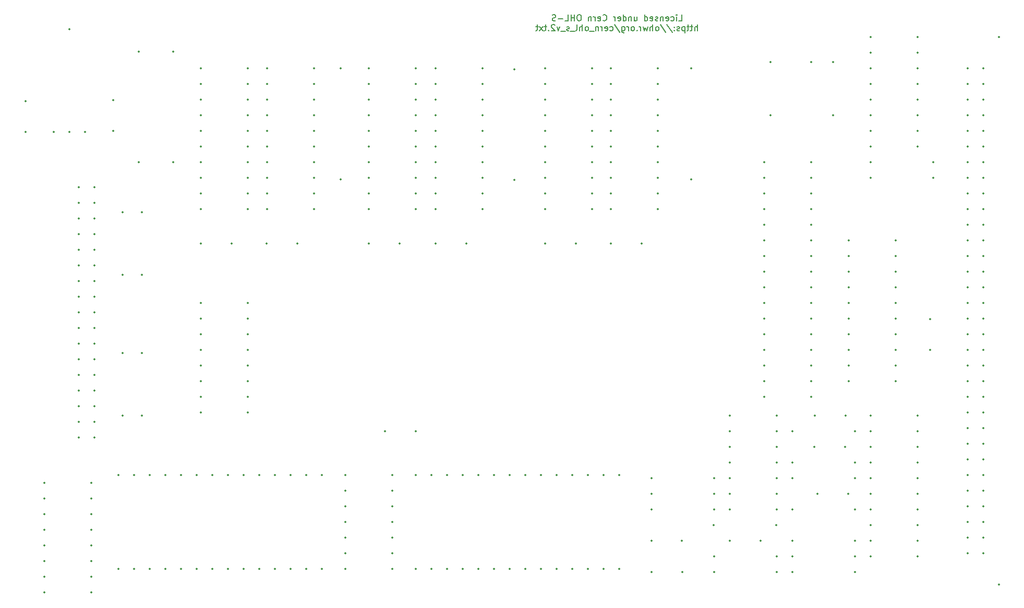
<source format=gbo>
%TF.GenerationSoftware,KiCad,Pcbnew,8.0.6+1*%
%TF.CreationDate,2024-11-22T10:30:08+01:00*%
%TF.ProjectId,ql_trump_v2_disk_interface,716c5f74-7275-46d7-905f-76325f646973,01*%
%TF.SameCoordinates,Original*%
%TF.FileFunction,Legend,Bot*%
%TF.FilePolarity,Positive*%
%FSLAX46Y46*%
G04 Gerber Fmt 4.6, Leading zero omitted, Abs format (unit mm)*
G04 Created by KiCad (PCBNEW 8.0.6+1) date 2024-11-22 10:30:08*
%MOMM*%
%LPD*%
G01*
G04 APERTURE LIST*
%ADD10C,0.150000*%
%ADD11C,0.350000*%
G04 APERTURE END LIST*
D10*
X146906001Y-46766847D02*
X147382191Y-46766847D01*
X147382191Y-46766847D02*
X147382191Y-45766847D01*
X146572667Y-46766847D02*
X146572667Y-46100180D01*
X146572667Y-45766847D02*
X146620286Y-45814466D01*
X146620286Y-45814466D02*
X146572667Y-45862085D01*
X146572667Y-45862085D02*
X146525048Y-45814466D01*
X146525048Y-45814466D02*
X146572667Y-45766847D01*
X146572667Y-45766847D02*
X146572667Y-45862085D01*
X145667906Y-46719228D02*
X145763144Y-46766847D01*
X145763144Y-46766847D02*
X145953620Y-46766847D01*
X145953620Y-46766847D02*
X146048858Y-46719228D01*
X146048858Y-46719228D02*
X146096477Y-46671608D01*
X146096477Y-46671608D02*
X146144096Y-46576370D01*
X146144096Y-46576370D02*
X146144096Y-46290656D01*
X146144096Y-46290656D02*
X146096477Y-46195418D01*
X146096477Y-46195418D02*
X146048858Y-46147799D01*
X146048858Y-46147799D02*
X145953620Y-46100180D01*
X145953620Y-46100180D02*
X145763144Y-46100180D01*
X145763144Y-46100180D02*
X145667906Y-46147799D01*
X144858382Y-46719228D02*
X144953620Y-46766847D01*
X144953620Y-46766847D02*
X145144096Y-46766847D01*
X145144096Y-46766847D02*
X145239334Y-46719228D01*
X145239334Y-46719228D02*
X145286953Y-46623989D01*
X145286953Y-46623989D02*
X145286953Y-46243037D01*
X145286953Y-46243037D02*
X145239334Y-46147799D01*
X145239334Y-46147799D02*
X145144096Y-46100180D01*
X145144096Y-46100180D02*
X144953620Y-46100180D01*
X144953620Y-46100180D02*
X144858382Y-46147799D01*
X144858382Y-46147799D02*
X144810763Y-46243037D01*
X144810763Y-46243037D02*
X144810763Y-46338275D01*
X144810763Y-46338275D02*
X145286953Y-46433513D01*
X144382191Y-46100180D02*
X144382191Y-46766847D01*
X144382191Y-46195418D02*
X144334572Y-46147799D01*
X144334572Y-46147799D02*
X144239334Y-46100180D01*
X144239334Y-46100180D02*
X144096477Y-46100180D01*
X144096477Y-46100180D02*
X144001239Y-46147799D01*
X144001239Y-46147799D02*
X143953620Y-46243037D01*
X143953620Y-46243037D02*
X143953620Y-46766847D01*
X143525048Y-46719228D02*
X143429810Y-46766847D01*
X143429810Y-46766847D02*
X143239334Y-46766847D01*
X143239334Y-46766847D02*
X143144096Y-46719228D01*
X143144096Y-46719228D02*
X143096477Y-46623989D01*
X143096477Y-46623989D02*
X143096477Y-46576370D01*
X143096477Y-46576370D02*
X143144096Y-46481132D01*
X143144096Y-46481132D02*
X143239334Y-46433513D01*
X143239334Y-46433513D02*
X143382191Y-46433513D01*
X143382191Y-46433513D02*
X143477429Y-46385894D01*
X143477429Y-46385894D02*
X143525048Y-46290656D01*
X143525048Y-46290656D02*
X143525048Y-46243037D01*
X143525048Y-46243037D02*
X143477429Y-46147799D01*
X143477429Y-46147799D02*
X143382191Y-46100180D01*
X143382191Y-46100180D02*
X143239334Y-46100180D01*
X143239334Y-46100180D02*
X143144096Y-46147799D01*
X142286953Y-46719228D02*
X142382191Y-46766847D01*
X142382191Y-46766847D02*
X142572667Y-46766847D01*
X142572667Y-46766847D02*
X142667905Y-46719228D01*
X142667905Y-46719228D02*
X142715524Y-46623989D01*
X142715524Y-46623989D02*
X142715524Y-46243037D01*
X142715524Y-46243037D02*
X142667905Y-46147799D01*
X142667905Y-46147799D02*
X142572667Y-46100180D01*
X142572667Y-46100180D02*
X142382191Y-46100180D01*
X142382191Y-46100180D02*
X142286953Y-46147799D01*
X142286953Y-46147799D02*
X142239334Y-46243037D01*
X142239334Y-46243037D02*
X142239334Y-46338275D01*
X142239334Y-46338275D02*
X142715524Y-46433513D01*
X141382191Y-46766847D02*
X141382191Y-45766847D01*
X141382191Y-46719228D02*
X141477429Y-46766847D01*
X141477429Y-46766847D02*
X141667905Y-46766847D01*
X141667905Y-46766847D02*
X141763143Y-46719228D01*
X141763143Y-46719228D02*
X141810762Y-46671608D01*
X141810762Y-46671608D02*
X141858381Y-46576370D01*
X141858381Y-46576370D02*
X141858381Y-46290656D01*
X141858381Y-46290656D02*
X141810762Y-46195418D01*
X141810762Y-46195418D02*
X141763143Y-46147799D01*
X141763143Y-46147799D02*
X141667905Y-46100180D01*
X141667905Y-46100180D02*
X141477429Y-46100180D01*
X141477429Y-46100180D02*
X141382191Y-46147799D01*
X139715524Y-46100180D02*
X139715524Y-46766847D01*
X140144095Y-46100180D02*
X140144095Y-46623989D01*
X140144095Y-46623989D02*
X140096476Y-46719228D01*
X140096476Y-46719228D02*
X140001238Y-46766847D01*
X140001238Y-46766847D02*
X139858381Y-46766847D01*
X139858381Y-46766847D02*
X139763143Y-46719228D01*
X139763143Y-46719228D02*
X139715524Y-46671608D01*
X139239333Y-46100180D02*
X139239333Y-46766847D01*
X139239333Y-46195418D02*
X139191714Y-46147799D01*
X139191714Y-46147799D02*
X139096476Y-46100180D01*
X139096476Y-46100180D02*
X138953619Y-46100180D01*
X138953619Y-46100180D02*
X138858381Y-46147799D01*
X138858381Y-46147799D02*
X138810762Y-46243037D01*
X138810762Y-46243037D02*
X138810762Y-46766847D01*
X137906000Y-46766847D02*
X137906000Y-45766847D01*
X137906000Y-46719228D02*
X138001238Y-46766847D01*
X138001238Y-46766847D02*
X138191714Y-46766847D01*
X138191714Y-46766847D02*
X138286952Y-46719228D01*
X138286952Y-46719228D02*
X138334571Y-46671608D01*
X138334571Y-46671608D02*
X138382190Y-46576370D01*
X138382190Y-46576370D02*
X138382190Y-46290656D01*
X138382190Y-46290656D02*
X138334571Y-46195418D01*
X138334571Y-46195418D02*
X138286952Y-46147799D01*
X138286952Y-46147799D02*
X138191714Y-46100180D01*
X138191714Y-46100180D02*
X138001238Y-46100180D01*
X138001238Y-46100180D02*
X137906000Y-46147799D01*
X137048857Y-46719228D02*
X137144095Y-46766847D01*
X137144095Y-46766847D02*
X137334571Y-46766847D01*
X137334571Y-46766847D02*
X137429809Y-46719228D01*
X137429809Y-46719228D02*
X137477428Y-46623989D01*
X137477428Y-46623989D02*
X137477428Y-46243037D01*
X137477428Y-46243037D02*
X137429809Y-46147799D01*
X137429809Y-46147799D02*
X137334571Y-46100180D01*
X137334571Y-46100180D02*
X137144095Y-46100180D01*
X137144095Y-46100180D02*
X137048857Y-46147799D01*
X137048857Y-46147799D02*
X137001238Y-46243037D01*
X137001238Y-46243037D02*
X137001238Y-46338275D01*
X137001238Y-46338275D02*
X137477428Y-46433513D01*
X136572666Y-46766847D02*
X136572666Y-46100180D01*
X136572666Y-46290656D02*
X136525047Y-46195418D01*
X136525047Y-46195418D02*
X136477428Y-46147799D01*
X136477428Y-46147799D02*
X136382190Y-46100180D01*
X136382190Y-46100180D02*
X136286952Y-46100180D01*
X134620285Y-46671608D02*
X134667904Y-46719228D01*
X134667904Y-46719228D02*
X134810761Y-46766847D01*
X134810761Y-46766847D02*
X134905999Y-46766847D01*
X134905999Y-46766847D02*
X135048856Y-46719228D01*
X135048856Y-46719228D02*
X135144094Y-46623989D01*
X135144094Y-46623989D02*
X135191713Y-46528751D01*
X135191713Y-46528751D02*
X135239332Y-46338275D01*
X135239332Y-46338275D02*
X135239332Y-46195418D01*
X135239332Y-46195418D02*
X135191713Y-46004942D01*
X135191713Y-46004942D02*
X135144094Y-45909704D01*
X135144094Y-45909704D02*
X135048856Y-45814466D01*
X135048856Y-45814466D02*
X134905999Y-45766847D01*
X134905999Y-45766847D02*
X134810761Y-45766847D01*
X134810761Y-45766847D02*
X134667904Y-45814466D01*
X134667904Y-45814466D02*
X134620285Y-45862085D01*
X133810761Y-46719228D02*
X133905999Y-46766847D01*
X133905999Y-46766847D02*
X134096475Y-46766847D01*
X134096475Y-46766847D02*
X134191713Y-46719228D01*
X134191713Y-46719228D02*
X134239332Y-46623989D01*
X134239332Y-46623989D02*
X134239332Y-46243037D01*
X134239332Y-46243037D02*
X134191713Y-46147799D01*
X134191713Y-46147799D02*
X134096475Y-46100180D01*
X134096475Y-46100180D02*
X133905999Y-46100180D01*
X133905999Y-46100180D02*
X133810761Y-46147799D01*
X133810761Y-46147799D02*
X133763142Y-46243037D01*
X133763142Y-46243037D02*
X133763142Y-46338275D01*
X133763142Y-46338275D02*
X134239332Y-46433513D01*
X133334570Y-46766847D02*
X133334570Y-46100180D01*
X133334570Y-46290656D02*
X133286951Y-46195418D01*
X133286951Y-46195418D02*
X133239332Y-46147799D01*
X133239332Y-46147799D02*
X133144094Y-46100180D01*
X133144094Y-46100180D02*
X133048856Y-46100180D01*
X132715522Y-46100180D02*
X132715522Y-46766847D01*
X132715522Y-46195418D02*
X132667903Y-46147799D01*
X132667903Y-46147799D02*
X132572665Y-46100180D01*
X132572665Y-46100180D02*
X132429808Y-46100180D01*
X132429808Y-46100180D02*
X132334570Y-46147799D01*
X132334570Y-46147799D02*
X132286951Y-46243037D01*
X132286951Y-46243037D02*
X132286951Y-46766847D01*
X130858379Y-45766847D02*
X130667903Y-45766847D01*
X130667903Y-45766847D02*
X130572665Y-45814466D01*
X130572665Y-45814466D02*
X130477427Y-45909704D01*
X130477427Y-45909704D02*
X130429808Y-46100180D01*
X130429808Y-46100180D02*
X130429808Y-46433513D01*
X130429808Y-46433513D02*
X130477427Y-46623989D01*
X130477427Y-46623989D02*
X130572665Y-46719228D01*
X130572665Y-46719228D02*
X130667903Y-46766847D01*
X130667903Y-46766847D02*
X130858379Y-46766847D01*
X130858379Y-46766847D02*
X130953617Y-46719228D01*
X130953617Y-46719228D02*
X131048855Y-46623989D01*
X131048855Y-46623989D02*
X131096474Y-46433513D01*
X131096474Y-46433513D02*
X131096474Y-46100180D01*
X131096474Y-46100180D02*
X131048855Y-45909704D01*
X131048855Y-45909704D02*
X130953617Y-45814466D01*
X130953617Y-45814466D02*
X130858379Y-45766847D01*
X130001236Y-46766847D02*
X130001236Y-45766847D01*
X130001236Y-46243037D02*
X129429808Y-46243037D01*
X129429808Y-46766847D02*
X129429808Y-45766847D01*
X128477427Y-46766847D02*
X128953617Y-46766847D01*
X128953617Y-46766847D02*
X128953617Y-45766847D01*
X128144093Y-46385894D02*
X127382189Y-46385894D01*
X126953617Y-46719228D02*
X126810760Y-46766847D01*
X126810760Y-46766847D02*
X126572665Y-46766847D01*
X126572665Y-46766847D02*
X126477427Y-46719228D01*
X126477427Y-46719228D02*
X126429808Y-46671608D01*
X126429808Y-46671608D02*
X126382189Y-46576370D01*
X126382189Y-46576370D02*
X126382189Y-46481132D01*
X126382189Y-46481132D02*
X126429808Y-46385894D01*
X126429808Y-46385894D02*
X126477427Y-46338275D01*
X126477427Y-46338275D02*
X126572665Y-46290656D01*
X126572665Y-46290656D02*
X126763141Y-46243037D01*
X126763141Y-46243037D02*
X126858379Y-46195418D01*
X126858379Y-46195418D02*
X126905998Y-46147799D01*
X126905998Y-46147799D02*
X126953617Y-46052561D01*
X126953617Y-46052561D02*
X126953617Y-45957323D01*
X126953617Y-45957323D02*
X126905998Y-45862085D01*
X126905998Y-45862085D02*
X126858379Y-45814466D01*
X126858379Y-45814466D02*
X126763141Y-45766847D01*
X126763141Y-45766847D02*
X126525046Y-45766847D01*
X126525046Y-45766847D02*
X126382189Y-45814466D01*
X149953620Y-48376791D02*
X149953620Y-47376791D01*
X149525049Y-48376791D02*
X149525049Y-47852981D01*
X149525049Y-47852981D02*
X149572668Y-47757743D01*
X149572668Y-47757743D02*
X149667906Y-47710124D01*
X149667906Y-47710124D02*
X149810763Y-47710124D01*
X149810763Y-47710124D02*
X149906001Y-47757743D01*
X149906001Y-47757743D02*
X149953620Y-47805362D01*
X149191715Y-47710124D02*
X148810763Y-47710124D01*
X149048858Y-47376791D02*
X149048858Y-48233933D01*
X149048858Y-48233933D02*
X149001239Y-48329172D01*
X149001239Y-48329172D02*
X148906001Y-48376791D01*
X148906001Y-48376791D02*
X148810763Y-48376791D01*
X148620286Y-47710124D02*
X148239334Y-47710124D01*
X148477429Y-47376791D02*
X148477429Y-48233933D01*
X148477429Y-48233933D02*
X148429810Y-48329172D01*
X148429810Y-48329172D02*
X148334572Y-48376791D01*
X148334572Y-48376791D02*
X148239334Y-48376791D01*
X147906000Y-47710124D02*
X147906000Y-48710124D01*
X147906000Y-47757743D02*
X147810762Y-47710124D01*
X147810762Y-47710124D02*
X147620286Y-47710124D01*
X147620286Y-47710124D02*
X147525048Y-47757743D01*
X147525048Y-47757743D02*
X147477429Y-47805362D01*
X147477429Y-47805362D02*
X147429810Y-47900600D01*
X147429810Y-47900600D02*
X147429810Y-48186314D01*
X147429810Y-48186314D02*
X147477429Y-48281552D01*
X147477429Y-48281552D02*
X147525048Y-48329172D01*
X147525048Y-48329172D02*
X147620286Y-48376791D01*
X147620286Y-48376791D02*
X147810762Y-48376791D01*
X147810762Y-48376791D02*
X147906000Y-48329172D01*
X147048857Y-48329172D02*
X146953619Y-48376791D01*
X146953619Y-48376791D02*
X146763143Y-48376791D01*
X146763143Y-48376791D02*
X146667905Y-48329172D01*
X146667905Y-48329172D02*
X146620286Y-48233933D01*
X146620286Y-48233933D02*
X146620286Y-48186314D01*
X146620286Y-48186314D02*
X146667905Y-48091076D01*
X146667905Y-48091076D02*
X146763143Y-48043457D01*
X146763143Y-48043457D02*
X146906000Y-48043457D01*
X146906000Y-48043457D02*
X147001238Y-47995838D01*
X147001238Y-47995838D02*
X147048857Y-47900600D01*
X147048857Y-47900600D02*
X147048857Y-47852981D01*
X147048857Y-47852981D02*
X147001238Y-47757743D01*
X147001238Y-47757743D02*
X146906000Y-47710124D01*
X146906000Y-47710124D02*
X146763143Y-47710124D01*
X146763143Y-47710124D02*
X146667905Y-47757743D01*
X146191714Y-48281552D02*
X146144095Y-48329172D01*
X146144095Y-48329172D02*
X146191714Y-48376791D01*
X146191714Y-48376791D02*
X146239333Y-48329172D01*
X146239333Y-48329172D02*
X146191714Y-48281552D01*
X146191714Y-48281552D02*
X146191714Y-48376791D01*
X146191714Y-47757743D02*
X146144095Y-47805362D01*
X146144095Y-47805362D02*
X146191714Y-47852981D01*
X146191714Y-47852981D02*
X146239333Y-47805362D01*
X146239333Y-47805362D02*
X146191714Y-47757743D01*
X146191714Y-47757743D02*
X146191714Y-47852981D01*
X145001239Y-47329172D02*
X145858381Y-48614886D01*
X143953620Y-47329172D02*
X144810762Y-48614886D01*
X143477429Y-48376791D02*
X143572667Y-48329172D01*
X143572667Y-48329172D02*
X143620286Y-48281552D01*
X143620286Y-48281552D02*
X143667905Y-48186314D01*
X143667905Y-48186314D02*
X143667905Y-47900600D01*
X143667905Y-47900600D02*
X143620286Y-47805362D01*
X143620286Y-47805362D02*
X143572667Y-47757743D01*
X143572667Y-47757743D02*
X143477429Y-47710124D01*
X143477429Y-47710124D02*
X143334572Y-47710124D01*
X143334572Y-47710124D02*
X143239334Y-47757743D01*
X143239334Y-47757743D02*
X143191715Y-47805362D01*
X143191715Y-47805362D02*
X143144096Y-47900600D01*
X143144096Y-47900600D02*
X143144096Y-48186314D01*
X143144096Y-48186314D02*
X143191715Y-48281552D01*
X143191715Y-48281552D02*
X143239334Y-48329172D01*
X143239334Y-48329172D02*
X143334572Y-48376791D01*
X143334572Y-48376791D02*
X143477429Y-48376791D01*
X142715524Y-48376791D02*
X142715524Y-47376791D01*
X142286953Y-48376791D02*
X142286953Y-47852981D01*
X142286953Y-47852981D02*
X142334572Y-47757743D01*
X142334572Y-47757743D02*
X142429810Y-47710124D01*
X142429810Y-47710124D02*
X142572667Y-47710124D01*
X142572667Y-47710124D02*
X142667905Y-47757743D01*
X142667905Y-47757743D02*
X142715524Y-47805362D01*
X141906000Y-47710124D02*
X141715524Y-48376791D01*
X141715524Y-48376791D02*
X141525048Y-47900600D01*
X141525048Y-47900600D02*
X141334572Y-48376791D01*
X141334572Y-48376791D02*
X141144096Y-47710124D01*
X140763143Y-48376791D02*
X140763143Y-47710124D01*
X140763143Y-47900600D02*
X140715524Y-47805362D01*
X140715524Y-47805362D02*
X140667905Y-47757743D01*
X140667905Y-47757743D02*
X140572667Y-47710124D01*
X140572667Y-47710124D02*
X140477429Y-47710124D01*
X140144095Y-48281552D02*
X140096476Y-48329172D01*
X140096476Y-48329172D02*
X140144095Y-48376791D01*
X140144095Y-48376791D02*
X140191714Y-48329172D01*
X140191714Y-48329172D02*
X140144095Y-48281552D01*
X140144095Y-48281552D02*
X140144095Y-48376791D01*
X139525048Y-48376791D02*
X139620286Y-48329172D01*
X139620286Y-48329172D02*
X139667905Y-48281552D01*
X139667905Y-48281552D02*
X139715524Y-48186314D01*
X139715524Y-48186314D02*
X139715524Y-47900600D01*
X139715524Y-47900600D02*
X139667905Y-47805362D01*
X139667905Y-47805362D02*
X139620286Y-47757743D01*
X139620286Y-47757743D02*
X139525048Y-47710124D01*
X139525048Y-47710124D02*
X139382191Y-47710124D01*
X139382191Y-47710124D02*
X139286953Y-47757743D01*
X139286953Y-47757743D02*
X139239334Y-47805362D01*
X139239334Y-47805362D02*
X139191715Y-47900600D01*
X139191715Y-47900600D02*
X139191715Y-48186314D01*
X139191715Y-48186314D02*
X139239334Y-48281552D01*
X139239334Y-48281552D02*
X139286953Y-48329172D01*
X139286953Y-48329172D02*
X139382191Y-48376791D01*
X139382191Y-48376791D02*
X139525048Y-48376791D01*
X138763143Y-48376791D02*
X138763143Y-47710124D01*
X138763143Y-47900600D02*
X138715524Y-47805362D01*
X138715524Y-47805362D02*
X138667905Y-47757743D01*
X138667905Y-47757743D02*
X138572667Y-47710124D01*
X138572667Y-47710124D02*
X138477429Y-47710124D01*
X137715524Y-47710124D02*
X137715524Y-48519648D01*
X137715524Y-48519648D02*
X137763143Y-48614886D01*
X137763143Y-48614886D02*
X137810762Y-48662505D01*
X137810762Y-48662505D02*
X137906000Y-48710124D01*
X137906000Y-48710124D02*
X138048857Y-48710124D01*
X138048857Y-48710124D02*
X138144095Y-48662505D01*
X137715524Y-48329172D02*
X137810762Y-48376791D01*
X137810762Y-48376791D02*
X138001238Y-48376791D01*
X138001238Y-48376791D02*
X138096476Y-48329172D01*
X138096476Y-48329172D02*
X138144095Y-48281552D01*
X138144095Y-48281552D02*
X138191714Y-48186314D01*
X138191714Y-48186314D02*
X138191714Y-47900600D01*
X138191714Y-47900600D02*
X138144095Y-47805362D01*
X138144095Y-47805362D02*
X138096476Y-47757743D01*
X138096476Y-47757743D02*
X138001238Y-47710124D01*
X138001238Y-47710124D02*
X137810762Y-47710124D01*
X137810762Y-47710124D02*
X137715524Y-47757743D01*
X136525048Y-47329172D02*
X137382190Y-48614886D01*
X135763143Y-48329172D02*
X135858381Y-48376791D01*
X135858381Y-48376791D02*
X136048857Y-48376791D01*
X136048857Y-48376791D02*
X136144095Y-48329172D01*
X136144095Y-48329172D02*
X136191714Y-48281552D01*
X136191714Y-48281552D02*
X136239333Y-48186314D01*
X136239333Y-48186314D02*
X136239333Y-47900600D01*
X136239333Y-47900600D02*
X136191714Y-47805362D01*
X136191714Y-47805362D02*
X136144095Y-47757743D01*
X136144095Y-47757743D02*
X136048857Y-47710124D01*
X136048857Y-47710124D02*
X135858381Y-47710124D01*
X135858381Y-47710124D02*
X135763143Y-47757743D01*
X134953619Y-48329172D02*
X135048857Y-48376791D01*
X135048857Y-48376791D02*
X135239333Y-48376791D01*
X135239333Y-48376791D02*
X135334571Y-48329172D01*
X135334571Y-48329172D02*
X135382190Y-48233933D01*
X135382190Y-48233933D02*
X135382190Y-47852981D01*
X135382190Y-47852981D02*
X135334571Y-47757743D01*
X135334571Y-47757743D02*
X135239333Y-47710124D01*
X135239333Y-47710124D02*
X135048857Y-47710124D01*
X135048857Y-47710124D02*
X134953619Y-47757743D01*
X134953619Y-47757743D02*
X134906000Y-47852981D01*
X134906000Y-47852981D02*
X134906000Y-47948219D01*
X134906000Y-47948219D02*
X135382190Y-48043457D01*
X134477428Y-48376791D02*
X134477428Y-47710124D01*
X134477428Y-47900600D02*
X134429809Y-47805362D01*
X134429809Y-47805362D02*
X134382190Y-47757743D01*
X134382190Y-47757743D02*
X134286952Y-47710124D01*
X134286952Y-47710124D02*
X134191714Y-47710124D01*
X133858380Y-47710124D02*
X133858380Y-48376791D01*
X133858380Y-47805362D02*
X133810761Y-47757743D01*
X133810761Y-47757743D02*
X133715523Y-47710124D01*
X133715523Y-47710124D02*
X133572666Y-47710124D01*
X133572666Y-47710124D02*
X133477428Y-47757743D01*
X133477428Y-47757743D02*
X133429809Y-47852981D01*
X133429809Y-47852981D02*
X133429809Y-48376791D01*
X133191714Y-48472029D02*
X132429809Y-48472029D01*
X132048856Y-48376791D02*
X132144094Y-48329172D01*
X132144094Y-48329172D02*
X132191713Y-48281552D01*
X132191713Y-48281552D02*
X132239332Y-48186314D01*
X132239332Y-48186314D02*
X132239332Y-47900600D01*
X132239332Y-47900600D02*
X132191713Y-47805362D01*
X132191713Y-47805362D02*
X132144094Y-47757743D01*
X132144094Y-47757743D02*
X132048856Y-47710124D01*
X132048856Y-47710124D02*
X131905999Y-47710124D01*
X131905999Y-47710124D02*
X131810761Y-47757743D01*
X131810761Y-47757743D02*
X131763142Y-47805362D01*
X131763142Y-47805362D02*
X131715523Y-47900600D01*
X131715523Y-47900600D02*
X131715523Y-48186314D01*
X131715523Y-48186314D02*
X131763142Y-48281552D01*
X131763142Y-48281552D02*
X131810761Y-48329172D01*
X131810761Y-48329172D02*
X131905999Y-48376791D01*
X131905999Y-48376791D02*
X132048856Y-48376791D01*
X131286951Y-48376791D02*
X131286951Y-47376791D01*
X130858380Y-48376791D02*
X130858380Y-47852981D01*
X130858380Y-47852981D02*
X130905999Y-47757743D01*
X130905999Y-47757743D02*
X131001237Y-47710124D01*
X131001237Y-47710124D02*
X131144094Y-47710124D01*
X131144094Y-47710124D02*
X131239332Y-47757743D01*
X131239332Y-47757743D02*
X131286951Y-47805362D01*
X130239332Y-48376791D02*
X130334570Y-48329172D01*
X130334570Y-48329172D02*
X130382189Y-48233933D01*
X130382189Y-48233933D02*
X130382189Y-47376791D01*
X130096475Y-48472029D02*
X129334570Y-48472029D01*
X129144093Y-48329172D02*
X129048855Y-48376791D01*
X129048855Y-48376791D02*
X128858379Y-48376791D01*
X128858379Y-48376791D02*
X128763141Y-48329172D01*
X128763141Y-48329172D02*
X128715522Y-48233933D01*
X128715522Y-48233933D02*
X128715522Y-48186314D01*
X128715522Y-48186314D02*
X128763141Y-48091076D01*
X128763141Y-48091076D02*
X128858379Y-48043457D01*
X128858379Y-48043457D02*
X129001236Y-48043457D01*
X129001236Y-48043457D02*
X129096474Y-47995838D01*
X129096474Y-47995838D02*
X129144093Y-47900600D01*
X129144093Y-47900600D02*
X129144093Y-47852981D01*
X129144093Y-47852981D02*
X129096474Y-47757743D01*
X129096474Y-47757743D02*
X129001236Y-47710124D01*
X129001236Y-47710124D02*
X128858379Y-47710124D01*
X128858379Y-47710124D02*
X128763141Y-47757743D01*
X128525046Y-48472029D02*
X127763141Y-48472029D01*
X127620283Y-47710124D02*
X127382188Y-48376791D01*
X127382188Y-48376791D02*
X127144093Y-47710124D01*
X126810759Y-47472029D02*
X126763140Y-47424410D01*
X126763140Y-47424410D02*
X126667902Y-47376791D01*
X126667902Y-47376791D02*
X126429807Y-47376791D01*
X126429807Y-47376791D02*
X126334569Y-47424410D01*
X126334569Y-47424410D02*
X126286950Y-47472029D01*
X126286950Y-47472029D02*
X126239331Y-47567267D01*
X126239331Y-47567267D02*
X126239331Y-47662505D01*
X126239331Y-47662505D02*
X126286950Y-47805362D01*
X126286950Y-47805362D02*
X126858378Y-48376791D01*
X126858378Y-48376791D02*
X126239331Y-48376791D01*
X125810759Y-48281552D02*
X125763140Y-48329172D01*
X125763140Y-48329172D02*
X125810759Y-48376791D01*
X125810759Y-48376791D02*
X125858378Y-48329172D01*
X125858378Y-48329172D02*
X125810759Y-48281552D01*
X125810759Y-48281552D02*
X125810759Y-48376791D01*
X125477426Y-47710124D02*
X125096474Y-47710124D01*
X125334569Y-47376791D02*
X125334569Y-48233933D01*
X125334569Y-48233933D02*
X125286950Y-48329172D01*
X125286950Y-48329172D02*
X125191712Y-48376791D01*
X125191712Y-48376791D02*
X125096474Y-48376791D01*
X124858378Y-48376791D02*
X124334569Y-47710124D01*
X124858378Y-47710124D02*
X124334569Y-48376791D01*
X124096473Y-47710124D02*
X123715521Y-47710124D01*
X123953616Y-47376791D02*
X123953616Y-48233933D01*
X123953616Y-48233933D02*
X123905997Y-48329172D01*
X123905997Y-48329172D02*
X123810759Y-48376791D01*
X123810759Y-48376791D02*
X123715521Y-48376791D01*
D11*
X198882000Y-49403000D03*
X198882000Y-138303000D03*
X196342000Y-54483000D03*
X196342000Y-57023000D03*
X196342000Y-59563000D03*
X196342000Y-62103000D03*
X196342000Y-64643000D03*
X196342000Y-67183000D03*
X196342000Y-69723000D03*
X196342000Y-72263000D03*
X196342000Y-74803000D03*
X196342000Y-77343000D03*
X196342000Y-79883000D03*
X196342000Y-82423000D03*
X196342000Y-84963000D03*
X196342000Y-87503000D03*
X196342000Y-90043000D03*
X196342000Y-92583000D03*
X196342000Y-95123000D03*
X196342000Y-97663000D03*
X196342000Y-100203000D03*
X196342000Y-102743000D03*
X196342000Y-105283000D03*
X196342000Y-107823000D03*
X196342000Y-110363000D03*
X196342000Y-112903000D03*
X196342000Y-115443000D03*
X196342000Y-117983000D03*
X196342000Y-120523000D03*
X196342000Y-123063000D03*
X196342000Y-125603000D03*
X196342000Y-128143000D03*
X196342000Y-130683000D03*
X196342000Y-133223000D03*
X193802000Y-54483000D03*
X193802000Y-57023000D03*
X193802000Y-59563000D03*
X193802000Y-62103000D03*
X193802000Y-64643000D03*
X193802000Y-67183000D03*
X193802000Y-69723000D03*
X193802000Y-72263000D03*
X193802000Y-74803000D03*
X193802000Y-77343000D03*
X193802000Y-79883000D03*
X193802000Y-82423000D03*
X193802000Y-84963000D03*
X193802000Y-87503000D03*
X193802000Y-90043000D03*
X193802000Y-92583000D03*
X193802000Y-95123000D03*
X193802000Y-97663000D03*
X193802000Y-100203000D03*
X193802000Y-102743000D03*
X193802000Y-105283000D03*
X193802000Y-107823000D03*
X193802000Y-110363000D03*
X193802000Y-112903000D03*
X193802000Y-115443000D03*
X193802000Y-117983000D03*
X193802000Y-120523000D03*
X193802000Y-123063000D03*
X193802000Y-125603000D03*
X193802000Y-128143000D03*
X193802000Y-130683000D03*
X193802000Y-133223000D03*
X48006000Y-48133000D03*
X45466000Y-64793000D03*
X48006000Y-64793000D03*
X50546000Y-64793000D03*
X168402000Y-87503000D03*
X168402000Y-84963000D03*
X168402000Y-82423000D03*
X168402000Y-79883000D03*
X168402000Y-77343000D03*
X168402000Y-74803000D03*
X168402000Y-72263000D03*
X168402000Y-69723000D03*
X160782000Y-69723000D03*
X160782000Y-72263000D03*
X160782000Y-74803000D03*
X160782000Y-77343000D03*
X160782000Y-79883000D03*
X160782000Y-82423000D03*
X160782000Y-84963000D03*
X160782000Y-87503000D03*
X173910000Y-115951000D03*
X168910000Y-115951000D03*
X40894000Y-59793000D03*
X40894000Y-64793000D03*
X148982500Y-54483000D03*
X148982500Y-72483000D03*
X104257000Y-77338000D03*
X104257000Y-74798000D03*
X104257000Y-72258000D03*
X104257000Y-69718000D03*
X104257000Y-67178000D03*
X104257000Y-64638000D03*
X104257000Y-62098000D03*
X104257000Y-59558000D03*
X104257000Y-57018000D03*
X104257000Y-54478000D03*
X96637000Y-54478000D03*
X96637000Y-57018000D03*
X96637000Y-59558000D03*
X96637000Y-62098000D03*
X96637000Y-64638000D03*
X96637000Y-67178000D03*
X96637000Y-69718000D03*
X96637000Y-72258000D03*
X96637000Y-74798000D03*
X96637000Y-77338000D03*
X142494000Y-121031000D03*
X152654000Y-121031000D03*
X182118000Y-105283000D03*
X182118000Y-102743000D03*
X182118000Y-100203000D03*
X182118000Y-97663000D03*
X182118000Y-95123000D03*
X182118000Y-92583000D03*
X182118000Y-90043000D03*
X182118000Y-87503000D03*
X182118000Y-84963000D03*
X182118000Y-82423000D03*
X174498000Y-82423000D03*
X174498000Y-84963000D03*
X174498000Y-87503000D03*
X174498000Y-90043000D03*
X174498000Y-92583000D03*
X174498000Y-95123000D03*
X174498000Y-97663000D03*
X174498000Y-100203000D03*
X174498000Y-102743000D03*
X174498000Y-105283000D03*
X143510000Y-77343000D03*
X143510000Y-74803000D03*
X143510000Y-72263000D03*
X143510000Y-69723000D03*
X143510000Y-67183000D03*
X143510000Y-64643000D03*
X143510000Y-62103000D03*
X143510000Y-59563000D03*
X143510000Y-57023000D03*
X143510000Y-54483000D03*
X135890000Y-54483000D03*
X135890000Y-57023000D03*
X135890000Y-59563000D03*
X135890000Y-62103000D03*
X135890000Y-64643000D03*
X135890000Y-67183000D03*
X135890000Y-69723000D03*
X135890000Y-72263000D03*
X135890000Y-74803000D03*
X135890000Y-77343000D03*
X137287000Y-120523000D03*
X134747000Y-120523000D03*
X132207000Y-120523000D03*
X129667000Y-120523000D03*
X127127000Y-120523000D03*
X124587000Y-120523000D03*
X122047000Y-120523000D03*
X119507000Y-120523000D03*
X116967000Y-120523000D03*
X114427000Y-120523000D03*
X111887000Y-120523000D03*
X109347000Y-120523000D03*
X106807000Y-120523000D03*
X104267000Y-120523000D03*
X104267000Y-135763000D03*
X106807000Y-135763000D03*
X109347000Y-135763000D03*
X111887000Y-135763000D03*
X114427000Y-135763000D03*
X116967000Y-135763000D03*
X119507000Y-135763000D03*
X122047000Y-135763000D03*
X124587000Y-135763000D03*
X127127000Y-135763000D03*
X129667000Y-135763000D03*
X132207000Y-135763000D03*
X134747000Y-135763000D03*
X137287000Y-135763000D03*
X165354000Y-136271000D03*
X175514000Y-136271000D03*
X142494000Y-131191000D03*
X147394000Y-131191000D03*
X152654000Y-133731000D03*
X162814000Y-133731000D03*
X52070000Y-114427000D03*
X49530000Y-114427000D03*
X52070000Y-111887000D03*
X49530000Y-111887000D03*
X52070000Y-109347000D03*
X49530000Y-109347000D03*
X52070000Y-106807000D03*
X49530000Y-106807000D03*
X52070000Y-104267000D03*
X49530000Y-104267000D03*
X52070000Y-101727000D03*
X49530000Y-101727000D03*
X52070000Y-99187000D03*
X49530000Y-99187000D03*
X52070000Y-96647000D03*
X49530000Y-96647000D03*
X52070000Y-94107000D03*
X49530000Y-94107000D03*
X52070000Y-91567000D03*
X49530000Y-91567000D03*
X52070000Y-89027000D03*
X49530000Y-89027000D03*
X52070000Y-86487000D03*
X49530000Y-86487000D03*
X52070000Y-83947000D03*
X49530000Y-83947000D03*
X52070000Y-81407000D03*
X49530000Y-81407000D03*
X52070000Y-78867000D03*
X49530000Y-78867000D03*
X52070000Y-76327000D03*
X49530000Y-76327000D03*
X52070000Y-73787000D03*
X49530000Y-73787000D03*
X168402000Y-53467000D03*
X162814000Y-136271000D03*
X152654000Y-136271000D03*
X55118000Y-59643000D03*
X55118000Y-64643000D03*
X101647000Y-82931000D03*
X96647000Y-82931000D03*
X89027000Y-120523000D03*
X86487000Y-120523000D03*
X83947000Y-120523000D03*
X81407000Y-120523000D03*
X78867000Y-120523000D03*
X76327000Y-120523000D03*
X73787000Y-120523000D03*
X71247000Y-120523000D03*
X68707000Y-120523000D03*
X66167000Y-120523000D03*
X63627000Y-120523000D03*
X61087000Y-120523000D03*
X58547000Y-120523000D03*
X56007000Y-120523000D03*
X56007000Y-135763000D03*
X58547000Y-135763000D03*
X61087000Y-135763000D03*
X63627000Y-135763000D03*
X66167000Y-135763000D03*
X68707000Y-135763000D03*
X71247000Y-135763000D03*
X73787000Y-135763000D03*
X76327000Y-135763000D03*
X78867000Y-135763000D03*
X81407000Y-135763000D03*
X83947000Y-135763000D03*
X86487000Y-135763000D03*
X89027000Y-135763000D03*
X140890000Y-82931000D03*
X135890000Y-82931000D03*
X99227000Y-113411000D03*
X104227000Y-113411000D03*
X161798000Y-53467000D03*
X178054000Y-69723000D03*
X188214000Y-69723000D03*
X142494000Y-126111000D03*
X152654000Y-126111000D03*
X64885500Y-51723000D03*
X64885500Y-69723000D03*
X171958000Y-53467000D03*
X185674000Y-133731000D03*
X185674000Y-131191000D03*
X185674000Y-128651000D03*
X185674000Y-126111000D03*
X185674000Y-123571000D03*
X185674000Y-121031000D03*
X185674000Y-118491000D03*
X185674000Y-115951000D03*
X185674000Y-113411000D03*
X185674000Y-110871000D03*
X178054000Y-110871000D03*
X178054000Y-113411000D03*
X178054000Y-115951000D03*
X178054000Y-118491000D03*
X178054000Y-121031000D03*
X178054000Y-123571000D03*
X178054000Y-126111000D03*
X178054000Y-128651000D03*
X178054000Y-131191000D03*
X178054000Y-133731000D03*
X132842000Y-77338000D03*
X132842000Y-74798000D03*
X132842000Y-72258000D03*
X132842000Y-69718000D03*
X132842000Y-67178000D03*
X132842000Y-64638000D03*
X132842000Y-62098000D03*
X132842000Y-59558000D03*
X132842000Y-57018000D03*
X132842000Y-54478000D03*
X125222000Y-54478000D03*
X125222000Y-57018000D03*
X125222000Y-59558000D03*
X125222000Y-62098000D03*
X125222000Y-64638000D03*
X125222000Y-67178000D03*
X125222000Y-69718000D03*
X125222000Y-72258000D03*
X125222000Y-74798000D03*
X125222000Y-77338000D03*
X161798000Y-62103000D03*
X171958000Y-62103000D03*
X80010000Y-82931000D03*
X85010000Y-82931000D03*
X165354000Y-133731000D03*
X175514000Y-133731000D03*
X92086500Y-54483000D03*
X92086500Y-72483000D03*
X76962000Y-110363000D03*
X76962000Y-107823000D03*
X76962000Y-105283000D03*
X76962000Y-102743000D03*
X76962000Y-100203000D03*
X76962000Y-97663000D03*
X76962000Y-95123000D03*
X76962000Y-92583000D03*
X69342000Y-92583000D03*
X69342000Y-95123000D03*
X69342000Y-97663000D03*
X69342000Y-100203000D03*
X69342000Y-102743000D03*
X69342000Y-105283000D03*
X69342000Y-107823000D03*
X69342000Y-110363000D03*
X165354000Y-121031000D03*
X175514000Y-121031000D03*
X168402000Y-107823000D03*
X168402000Y-105283000D03*
X168402000Y-102743000D03*
X168402000Y-100203000D03*
X168402000Y-97663000D03*
X168402000Y-95123000D03*
X168402000Y-92583000D03*
X168402000Y-90043000D03*
X160782000Y-90043000D03*
X160782000Y-92583000D03*
X160782000Y-95123000D03*
X160782000Y-97663000D03*
X160782000Y-100203000D03*
X160782000Y-102743000D03*
X160782000Y-105283000D03*
X160782000Y-107823000D03*
X51562000Y-139573000D03*
X51562000Y-137033000D03*
X51562000Y-134493000D03*
X51562000Y-131953000D03*
X51562000Y-129413000D03*
X51562000Y-126873000D03*
X51562000Y-124333000D03*
X51562000Y-121793000D03*
X43942000Y-121793000D03*
X43942000Y-124333000D03*
X43942000Y-126873000D03*
X43942000Y-129413000D03*
X43942000Y-131953000D03*
X43942000Y-134493000D03*
X43942000Y-137033000D03*
X43942000Y-139573000D03*
X165354000Y-118491000D03*
X175514000Y-118491000D03*
X168990000Y-110871000D03*
X173990000Y-110871000D03*
X59817000Y-100711000D03*
X59817000Y-110871000D03*
X165354000Y-113411000D03*
X175514000Y-113411000D03*
X120257500Y-54627000D03*
X120257500Y-72627000D03*
X130222000Y-82931000D03*
X125222000Y-82931000D03*
X178054000Y-72263000D03*
X188214000Y-72263000D03*
X107442000Y-82931000D03*
X112442000Y-82931000D03*
X100457000Y-135763000D03*
X100457000Y-133223000D03*
X100457000Y-130683000D03*
X100457000Y-128143000D03*
X100457000Y-125603000D03*
X100457000Y-123063000D03*
X100457000Y-120523000D03*
X92837000Y-120523000D03*
X92837000Y-123063000D03*
X92837000Y-125603000D03*
X92837000Y-128143000D03*
X92837000Y-130683000D03*
X92837000Y-133223000D03*
X92837000Y-135763000D03*
X76962000Y-77343000D03*
X76962000Y-74803000D03*
X76962000Y-72263000D03*
X76962000Y-69723000D03*
X76962000Y-67183000D03*
X76962000Y-64643000D03*
X76962000Y-62103000D03*
X76962000Y-59563000D03*
X76962000Y-57023000D03*
X76962000Y-54483000D03*
X69342000Y-54483000D03*
X69342000Y-57023000D03*
X69342000Y-59563000D03*
X69342000Y-62103000D03*
X69342000Y-64643000D03*
X69342000Y-67183000D03*
X69342000Y-69723000D03*
X69342000Y-72263000D03*
X69342000Y-74803000D03*
X69342000Y-77343000D03*
X142494000Y-123571000D03*
X152654000Y-123571000D03*
X74342000Y-82931000D03*
X69342000Y-82931000D03*
X165354000Y-126111000D03*
X175514000Y-126111000D03*
X165354000Y-131191000D03*
X175514000Y-131191000D03*
X59817000Y-77851000D03*
X59817000Y-88011000D03*
X185674000Y-67183000D03*
X185674000Y-64643000D03*
X185674000Y-62103000D03*
X185674000Y-59563000D03*
X185674000Y-57023000D03*
X185674000Y-54483000D03*
X185674000Y-51943000D03*
X185674000Y-49403000D03*
X178054000Y-49403000D03*
X178054000Y-51943000D03*
X178054000Y-54483000D03*
X178054000Y-57023000D03*
X178054000Y-59563000D03*
X178054000Y-62103000D03*
X178054000Y-64643000D03*
X178054000Y-67183000D03*
X162814000Y-126111000D03*
X162814000Y-123571000D03*
X162814000Y-121031000D03*
X162814000Y-118491000D03*
X162814000Y-115951000D03*
X162814000Y-113411000D03*
X162814000Y-110871000D03*
X155194000Y-110871000D03*
X155194000Y-113411000D03*
X155194000Y-115951000D03*
X155194000Y-118491000D03*
X155194000Y-121031000D03*
X155194000Y-123571000D03*
X155194000Y-126111000D03*
X155194000Y-131191000D03*
X160194000Y-131191000D03*
X169418000Y-123571000D03*
X174418000Y-123571000D03*
X187706000Y-95203000D03*
X187706000Y-100203000D03*
X115062000Y-77343000D03*
X115062000Y-74803000D03*
X115062000Y-72263000D03*
X115062000Y-69723000D03*
X115062000Y-67183000D03*
X115062000Y-64643000D03*
X115062000Y-62103000D03*
X115062000Y-59563000D03*
X115062000Y-57023000D03*
X115062000Y-54483000D03*
X107442000Y-54483000D03*
X107442000Y-57023000D03*
X107442000Y-59563000D03*
X107442000Y-62103000D03*
X107442000Y-64643000D03*
X107442000Y-67183000D03*
X107442000Y-69723000D03*
X107442000Y-72263000D03*
X107442000Y-74803000D03*
X107442000Y-77343000D03*
X56642000Y-100711000D03*
X56642000Y-110871000D03*
X59297500Y-51723000D03*
X59297500Y-69723000D03*
X152614000Y-128651000D03*
X162774000Y-128651000D03*
X142534000Y-136271000D03*
X147534000Y-136271000D03*
X87757000Y-77343000D03*
X87757000Y-74803000D03*
X87757000Y-72263000D03*
X87757000Y-69723000D03*
X87757000Y-67183000D03*
X87757000Y-64643000D03*
X87757000Y-62103000D03*
X87757000Y-59563000D03*
X87757000Y-57023000D03*
X87757000Y-54483000D03*
X80137000Y-54483000D03*
X80137000Y-57023000D03*
X80137000Y-59563000D03*
X80137000Y-62103000D03*
X80137000Y-64643000D03*
X80137000Y-67183000D03*
X80137000Y-69723000D03*
X80137000Y-72263000D03*
X80137000Y-74803000D03*
X80137000Y-77343000D03*
X56642000Y-77851000D03*
X56642000Y-88011000D03*
M02*

</source>
